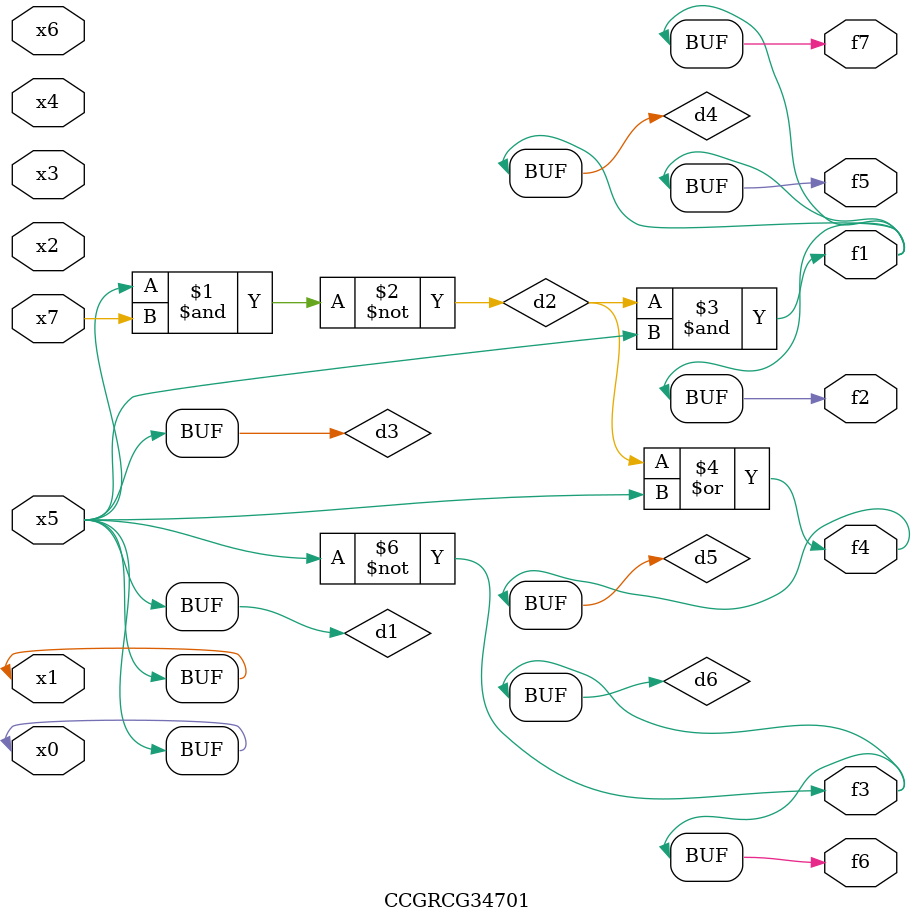
<source format=v>
module CCGRCG34701(
	input x0, x1, x2, x3, x4, x5, x6, x7,
	output f1, f2, f3, f4, f5, f6, f7
);

	wire d1, d2, d3, d4, d5, d6;

	buf (d1, x0, x5);
	nand (d2, x5, x7);
	buf (d3, x0, x1);
	and (d4, d2, d3);
	or (d5, d2, d3);
	nor (d6, d1, d3);
	assign f1 = d4;
	assign f2 = d4;
	assign f3 = d6;
	assign f4 = d5;
	assign f5 = d4;
	assign f6 = d6;
	assign f7 = d4;
endmodule

</source>
